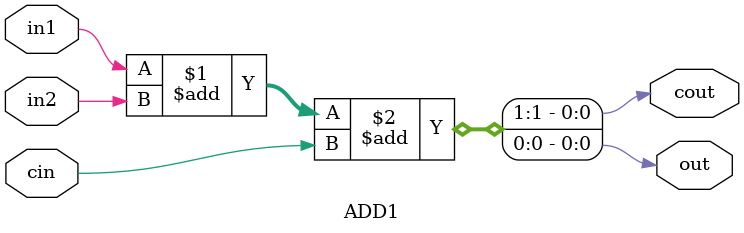
<source format=v>
module ADD1(input in1, in2, cin, output out, cout);
assign {cout, out} = in1 + in2 + cin;
endmodule
</source>
